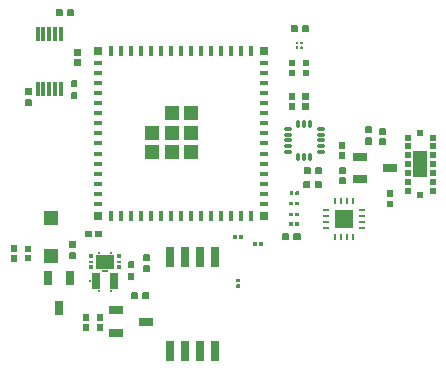
<source format=gtp>
G04 Layer: TopPasteMaskLayer*
G04 Panelize: , Column: 1, Row: 1, Board Size: 43.14mm x 33.02mm, Panelized Board Size: 43.14mm x 33.02mm*
G04 EasyEDA v6.5.51, 2025-10-17 13:11:11*
G04 f2673ee1f0d542a68775028af259726c,9a4ed40c0dd746429eaf55b84663d2fb,10*
G04 Gerber Generator version 0.2*
G04 Scale: 100 percent, Rotated: No, Reflected: No *
G04 Dimensions in millimeters *
G04 leading zeros omitted , absolute positions ,4 integer and 5 decimal *
%FSLAX45Y45*%
%MOMM*%

%AMMACRO1*4,1,4,-0.2,0.4001,0.2,0.4001,0.2,-0.4001,-0.2,-0.4001,-0.2,0.4001,0*%
%AMMACRO2*4,1,4,-0.1999,0.4001,0.1999,0.4001,0.1999,-0.4001,-0.1999,-0.4001,-0.1999,0.4001,0*%
%ADD10R,1.1999X1.1999*%
%ADD11R,0.4001X0.3251*%
%ADD12R,0.4001X0.1999*%
%ADD13R,1.5999X1.2700*%
%ADD14R,0.7501X1.4501*%
%ADD15R,0.2499X0.2499*%
%ADD16R,0.2250X0.2499*%
%ADD17R,0.0143X0.2499*%
%ADD18R,0.4999X0.2101*%
%ADD19R,1.2500X0.7000*%
%ADD20R,1.2000X1.2000*%
%ADD21R,0.7112X1.7406*%
%ADD22R,0.7000X1.2500*%
%ADD23R,0.6000X0.5000*%
%ADD24R,0.3000X1.3000*%
%ADD25R,0.2500X0.6000*%
%ADD26R,0.6000X0.2500*%
%ADD27R,1.5000X1.5000*%
%ADD28O,0.799998X0.28001*%
%ADD29O,0.28001X0.799998*%
%ADD30R,0.8001X0.8001*%
%ADD31MACRO1*%
%ADD32MACRO2*%
%ADD33R,0.8001X0.4001*%
%ADD34R,0.5000X0.5000*%
%ADD35R,1.2000X2.3160*%

%LPD*%
G36*
X-120700Y-340309D02*
G01*
X-125679Y-345287D01*
X-125679Y-390296D01*
X-120700Y-395274D01*
X-72694Y-395274D01*
X-65684Y-390296D01*
X-65684Y-345287D01*
X-72694Y-340309D01*
G37*
G36*
X-22707Y-340309D02*
G01*
X-29718Y-345287D01*
X-29718Y-390296D01*
X-22707Y-395274D01*
X25298Y-395274D01*
X30276Y-390296D01*
X30276Y-345287D01*
X25298Y-340309D01*
G37*
G36*
X-412089Y-526338D02*
G01*
X-416102Y-530352D01*
X-416102Y-580390D01*
X-412089Y-584403D01*
X-366115Y-584403D01*
X-362102Y-580390D01*
X-362102Y-530352D01*
X-366115Y-526338D01*
G37*
G36*
X-412089Y-611378D02*
G01*
X-416102Y-615391D01*
X-416102Y-665480D01*
X-412089Y-669442D01*
X-366115Y-669442D01*
X-362102Y-665480D01*
X-362102Y-615391D01*
X-366115Y-611378D01*
G37*
G36*
X-530606Y-612292D02*
G01*
X-534619Y-616305D01*
X-534619Y-666343D01*
X-530606Y-670356D01*
X-484581Y-670356D01*
X-480618Y-666343D01*
X-480618Y-616305D01*
X-484581Y-612292D01*
G37*
G36*
X-530606Y-527253D02*
G01*
X-534619Y-531215D01*
X-534619Y-581304D01*
X-530606Y-585317D01*
X-484581Y-585317D01*
X-480618Y-581304D01*
X-480618Y-531215D01*
X-484581Y-527253D01*
G37*
G36*
X-17678Y-112826D02*
G01*
X-22707Y-119786D01*
X-22707Y-167792D01*
X-17678Y-172821D01*
X27279Y-172821D01*
X32308Y-167792D01*
X32308Y-119786D01*
X27279Y-112826D01*
G37*
G36*
X-17678Y-16814D02*
G01*
X-22707Y-21793D01*
X-22707Y-69799D01*
X-17678Y-76809D01*
X27279Y-76809D01*
X32308Y-69799D01*
X32308Y-21793D01*
X27279Y-16814D01*
G37*
G36*
X-511860Y178206D02*
G01*
X-515874Y174193D01*
X-515874Y128219D01*
X-511860Y124206D01*
X-461822Y124206D01*
X-457809Y128219D01*
X-457809Y174193D01*
X-461822Y178206D01*
G37*
G36*
X-426821Y178206D02*
G01*
X-430784Y174193D01*
X-430784Y128219D01*
X-426821Y124206D01*
X-376732Y124206D01*
X-372719Y128219D01*
X-372719Y174193D01*
X-376732Y178206D01*
G37*
G36*
X1218184Y255320D02*
G01*
X1215796Y252882D01*
X1215796Y225298D01*
X1218184Y222910D01*
X1244600Y222910D01*
X1246987Y225298D01*
X1246987Y252882D01*
X1244600Y255320D01*
G37*
G36*
X1265580Y255320D02*
G01*
X1263192Y252882D01*
X1263192Y225298D01*
X1265580Y222910D01*
X1291996Y222910D01*
X1294384Y225298D01*
X1294384Y252882D01*
X1291996Y255320D01*
G37*
G36*
X1217422Y334314D02*
G01*
X1215034Y331927D01*
X1215034Y304292D01*
X1217422Y301904D01*
X1243838Y301904D01*
X1246225Y304292D01*
X1246225Y331927D01*
X1243838Y334314D01*
G37*
G36*
X1264818Y334314D02*
G01*
X1262430Y331927D01*
X1262430Y304292D01*
X1264818Y301904D01*
X1291234Y301904D01*
X1293622Y304292D01*
X1293622Y331927D01*
X1291234Y334314D01*
G37*
G36*
X1216660Y427278D02*
G01*
X1214272Y424840D01*
X1214272Y397256D01*
X1216660Y394868D01*
X1243076Y394868D01*
X1245463Y397256D01*
X1245463Y424840D01*
X1243076Y427278D01*
G37*
G36*
X1264056Y427278D02*
G01*
X1261668Y424840D01*
X1261668Y397256D01*
X1264056Y394868D01*
X1290472Y394868D01*
X1292860Y397256D01*
X1292860Y424840D01*
X1290472Y427278D01*
G37*
G36*
X1219962Y513384D02*
G01*
X1217574Y510997D01*
X1217574Y483362D01*
X1219962Y480974D01*
X1246378Y480974D01*
X1248765Y483362D01*
X1248765Y510997D01*
X1246378Y513384D01*
G37*
G36*
X1267358Y513384D02*
G01*
X1264970Y510997D01*
X1264970Y483362D01*
X1267358Y480974D01*
X1293774Y480974D01*
X1296162Y483362D01*
X1296162Y510997D01*
X1293774Y513384D01*
G37*
G36*
X-1015390Y1390700D02*
G01*
X-1020368Y1385671D01*
X-1020368Y1337665D01*
X-1015390Y1330655D01*
X-970381Y1330655D01*
X-965403Y1337665D01*
X-965403Y1385671D01*
X-970381Y1390700D01*
G37*
G36*
X-1015390Y1294688D02*
G01*
X-1020368Y1287678D01*
X-1020368Y1239672D01*
X-1015390Y1234694D01*
X-970381Y1234694D01*
X-965403Y1239672D01*
X-965403Y1287678D01*
X-970381Y1294688D01*
G37*
G36*
X-1140866Y58623D02*
G01*
X-1144879Y54610D01*
X-1144879Y4572D01*
X-1140866Y558D01*
X-1094841Y558D01*
X-1090879Y4572D01*
X-1090879Y54610D01*
X-1094841Y58623D01*
G37*
G36*
X-1140866Y-26466D02*
G01*
X-1144879Y-30480D01*
X-1144879Y-80518D01*
X-1140866Y-84531D01*
X-1094841Y-84531D01*
X-1090879Y-80518D01*
X-1090879Y-30480D01*
X-1094841Y-26466D01*
G37*
G36*
X-146100Y-173685D02*
G01*
X-151079Y-180695D01*
X-151079Y-228701D01*
X-146100Y-233679D01*
X-101092Y-233679D01*
X-96113Y-228701D01*
X-96113Y-180695D01*
X-101092Y-173685D01*
G37*
G36*
X-146100Y-77724D02*
G01*
X-151079Y-82702D01*
X-151079Y-130708D01*
X-146100Y-137718D01*
X-101092Y-137718D01*
X-96113Y-130708D01*
X-96113Y-82702D01*
X-101092Y-77724D01*
G37*
G36*
X-641502Y97536D02*
G01*
X-646480Y92557D01*
X-646480Y44551D01*
X-641502Y37541D01*
X-596493Y37541D01*
X-591515Y44551D01*
X-591515Y92557D01*
X-596493Y97536D01*
G37*
G36*
X-641502Y1574D02*
G01*
X-646480Y-5435D01*
X-646480Y-53441D01*
X-641502Y-58419D01*
X-596493Y-58419D01*
X-591515Y-53441D01*
X-591515Y-5435D01*
X-596493Y1574D01*
G37*
G36*
X1327810Y1921459D02*
G01*
X1320800Y1916430D01*
X1320800Y1871421D01*
X1327810Y1866442D01*
X1375816Y1866442D01*
X1380794Y1871421D01*
X1380794Y1916430D01*
X1375816Y1921459D01*
G37*
G36*
X1229817Y1921459D02*
G01*
X1224838Y1916430D01*
X1224838Y1871421D01*
X1229817Y1866442D01*
X1277823Y1866442D01*
X1284833Y1871421D01*
X1284833Y1916430D01*
X1277823Y1921459D01*
G37*
G36*
X-629462Y1357376D02*
G01*
X-634492Y1350365D01*
X-634492Y1302359D01*
X-629462Y1297381D01*
X-584504Y1297381D01*
X-579475Y1302359D01*
X-579475Y1350365D01*
X-584504Y1357376D01*
G37*
G36*
X-629462Y1453388D02*
G01*
X-634492Y1448358D01*
X-634492Y1400352D01*
X-629462Y1393342D01*
X-584504Y1393342D01*
X-579475Y1400352D01*
X-579475Y1448358D01*
X-584504Y1453388D01*
G37*
G36*
X-601014Y1719478D02*
G01*
X-605028Y1715465D01*
X-605028Y1665427D01*
X-601014Y1661414D01*
X-555040Y1661414D01*
X-551027Y1665427D01*
X-551027Y1715465D01*
X-555040Y1719478D01*
G37*
G36*
X-601014Y1634388D02*
G01*
X-605028Y1630426D01*
X-605028Y1580337D01*
X-601014Y1576324D01*
X-555040Y1576324D01*
X-551027Y1580337D01*
X-551027Y1630426D01*
X-555040Y1634388D01*
G37*
G36*
X1340104Y717042D02*
G01*
X1335074Y712063D01*
X1335074Y667054D01*
X1340104Y662076D01*
X1388059Y662076D01*
X1395069Y667054D01*
X1395069Y712063D01*
X1388059Y717042D01*
G37*
G36*
X1438097Y717042D02*
G01*
X1431086Y712063D01*
X1431086Y667054D01*
X1438097Y662076D01*
X1486103Y662076D01*
X1491081Y667054D01*
X1491081Y712063D01*
X1486103Y717042D01*
G37*
G36*
X1212291Y1262329D02*
G01*
X1208278Y1258316D01*
X1208278Y1208278D01*
X1212291Y1204264D01*
X1258265Y1204264D01*
X1262278Y1208278D01*
X1262278Y1258316D01*
X1258265Y1262329D01*
G37*
G36*
X1212291Y1347419D02*
G01*
X1208278Y1343406D01*
X1208278Y1293317D01*
X1212291Y1289354D01*
X1258265Y1289354D01*
X1262278Y1293317D01*
X1262278Y1343406D01*
X1258265Y1347419D01*
G37*
G36*
X1329385Y1263599D02*
G01*
X1325372Y1259586D01*
X1325372Y1209548D01*
X1329385Y1205534D01*
X1375359Y1205534D01*
X1379372Y1209548D01*
X1379372Y1259586D01*
X1375359Y1263599D01*
G37*
G36*
X1329385Y1348689D02*
G01*
X1325372Y1344676D01*
X1325372Y1294587D01*
X1329385Y1290624D01*
X1375359Y1290624D01*
X1379372Y1294587D01*
X1379372Y1344676D01*
X1375359Y1348689D01*
G37*
G36*
X1338072Y599948D02*
G01*
X1333042Y594969D01*
X1333042Y549960D01*
X1338072Y544982D01*
X1386027Y544982D01*
X1393037Y549960D01*
X1393037Y594969D01*
X1386027Y599948D01*
G37*
G36*
X1436065Y599948D02*
G01*
X1429054Y594969D01*
X1429054Y549960D01*
X1436065Y544982D01*
X1484071Y544982D01*
X1489049Y549960D01*
X1489049Y594969D01*
X1484071Y599948D01*
G37*
G36*
X913485Y84277D02*
G01*
X911098Y81889D01*
X911098Y54305D01*
X913485Y51917D01*
X939901Y51917D01*
X942289Y54305D01*
X942289Y81889D01*
X939901Y84277D01*
G37*
G36*
X960882Y84277D02*
G01*
X958494Y81889D01*
X958494Y54305D01*
X960882Y51917D01*
X987298Y51917D01*
X989685Y54305D01*
X989685Y81889D01*
X987298Y84277D01*
G37*
G36*
X743102Y144576D02*
G01*
X740664Y142189D01*
X740664Y114604D01*
X743102Y112217D01*
X769518Y112217D01*
X771906Y114604D01*
X771906Y142189D01*
X769518Y144576D01*
G37*
G36*
X790498Y144576D02*
G01*
X788111Y142189D01*
X788111Y114604D01*
X790498Y112217D01*
X816914Y112217D01*
X819302Y114604D01*
X819302Y142189D01*
X816914Y144576D01*
G37*
G36*
X769518Y-273608D02*
G01*
X767080Y-275996D01*
X767080Y-302412D01*
X769518Y-304800D01*
X797102Y-304800D01*
X799490Y-302412D01*
X799490Y-275996D01*
X797102Y-273608D01*
G37*
G36*
X769518Y-226161D02*
G01*
X767080Y-228600D01*
X767080Y-255016D01*
X769518Y-257403D01*
X797102Y-257403D01*
X799490Y-255016D01*
X799490Y-228600D01*
X797102Y-226161D01*
G37*
G36*
X1310284Y1781556D02*
G01*
X1308252Y1779524D01*
X1308252Y1763522D01*
X1310284Y1761540D01*
X1326286Y1761540D01*
X1328267Y1763522D01*
X1328267Y1779524D01*
X1326286Y1781556D01*
G37*
G36*
X1310284Y1741525D02*
G01*
X1308252Y1739544D01*
X1308252Y1723542D01*
X1310284Y1721561D01*
X1326286Y1721561D01*
X1328267Y1723542D01*
X1328267Y1739544D01*
X1326286Y1741525D01*
G37*
G36*
X1270254Y1781556D02*
G01*
X1268272Y1779524D01*
X1268272Y1763522D01*
X1270254Y1761540D01*
X1286256Y1761540D01*
X1288288Y1763522D01*
X1288288Y1779524D01*
X1286256Y1781556D01*
G37*
G36*
X1270254Y1741525D02*
G01*
X1268272Y1739544D01*
X1268272Y1723542D01*
X1270254Y1721561D01*
X1286256Y1721561D01*
X1288288Y1723542D01*
X1288288Y1739544D01*
X1286256Y1741525D01*
G37*
G36*
X1213561Y1544726D02*
G01*
X1209548Y1540764D01*
X1209548Y1490675D01*
X1213561Y1486662D01*
X1259535Y1486662D01*
X1263548Y1490675D01*
X1263548Y1540764D01*
X1259535Y1544726D01*
G37*
G36*
X1213561Y1629816D02*
G01*
X1209548Y1625803D01*
X1209548Y1575765D01*
X1213561Y1571752D01*
X1259535Y1571752D01*
X1263548Y1575765D01*
X1263548Y1625803D01*
X1259535Y1629816D01*
G37*
G36*
X1333449Y1544472D02*
G01*
X1329436Y1540510D01*
X1329436Y1490421D01*
X1333449Y1486408D01*
X1379423Y1486408D01*
X1383436Y1490421D01*
X1383436Y1540510D01*
X1379423Y1544472D01*
G37*
G36*
X1333449Y1629562D02*
G01*
X1329436Y1625549D01*
X1329436Y1575511D01*
X1333449Y1571498D01*
X1379423Y1571498D01*
X1383436Y1575511D01*
X1383436Y1625549D01*
X1379423Y1629562D01*
G37*
G36*
X-660704Y2057654D02*
G01*
X-667715Y2052675D01*
X-667715Y2007666D01*
X-660704Y2002688D01*
X-612698Y2002688D01*
X-607720Y2007666D01*
X-607720Y2052675D01*
X-612698Y2057654D01*
G37*
G36*
X-758698Y2057654D02*
G01*
X-763727Y2052675D01*
X-763727Y2007666D01*
X-758698Y2002688D01*
X-710692Y2002688D01*
X-703732Y2007666D01*
X-703732Y2052675D01*
X-710692Y2057654D01*
G37*
G36*
X1257096Y157378D02*
G01*
X1250086Y152400D01*
X1250086Y107391D01*
X1257096Y102412D01*
X1305102Y102412D01*
X1310081Y107391D01*
X1310081Y152400D01*
X1305102Y157378D01*
G37*
G36*
X1159103Y157378D02*
G01*
X1154074Y152400D01*
X1154074Y107391D01*
X1159103Y102412D01*
X1207109Y102412D01*
X1214120Y107391D01*
X1214120Y152400D01*
X1207109Y157378D01*
G37*
G36*
X1638706Y846023D02*
G01*
X1634693Y842010D01*
X1634693Y791921D01*
X1638706Y787958D01*
X1684680Y787958D01*
X1688693Y791921D01*
X1688693Y842010D01*
X1684680Y846023D01*
G37*
G36*
X1638706Y931062D02*
G01*
X1634693Y927049D01*
X1634693Y877011D01*
X1638706Y872998D01*
X1684680Y872998D01*
X1688693Y877011D01*
X1688693Y927049D01*
X1684680Y931062D01*
G37*
G36*
X2044293Y521258D02*
G01*
X2040280Y517245D01*
X2040280Y467207D01*
X2044293Y463194D01*
X2090318Y463194D01*
X2094280Y467207D01*
X2094280Y517245D01*
X2090318Y521258D01*
G37*
G36*
X2044293Y436219D02*
G01*
X2040280Y432206D01*
X2040280Y382117D01*
X2044293Y378155D01*
X2090318Y378155D01*
X2094280Y382117D01*
X2094280Y432206D01*
X2090318Y436219D01*
G37*
G36*
X1981301Y1048359D02*
G01*
X1977288Y1044346D01*
X1977288Y994308D01*
X1981301Y990295D01*
X2027275Y990295D01*
X2031288Y994308D01*
X2031288Y1044346D01*
X2027275Y1048359D01*
G37*
G36*
X1981301Y963320D02*
G01*
X1977288Y959307D01*
X1977288Y909218D01*
X1981301Y905256D01*
X2027275Y905256D01*
X2031288Y909218D01*
X2031288Y959307D01*
X2027275Y963320D01*
G37*
G36*
X1640789Y717753D02*
G01*
X1636776Y713740D01*
X1636776Y663702D01*
X1640789Y659688D01*
X1686814Y659688D01*
X1690776Y663702D01*
X1690776Y713740D01*
X1686814Y717753D01*
G37*
G36*
X1640789Y632714D02*
G01*
X1636776Y628700D01*
X1636776Y578612D01*
X1640789Y574649D01*
X1686814Y574649D01*
X1690776Y578612D01*
X1690776Y628700D01*
X1686814Y632714D01*
G37*
G36*
X1863598Y1066190D02*
G01*
X1858619Y1061212D01*
X1858619Y1013206D01*
X1863598Y1006195D01*
X1908606Y1006195D01*
X1913585Y1013206D01*
X1913585Y1061212D01*
X1908606Y1066190D01*
G37*
G36*
X1863598Y970178D02*
G01*
X1858619Y963218D01*
X1858619Y915212D01*
X1863598Y910183D01*
X1908606Y910183D01*
X1913585Y915212D01*
X1913585Y963218D01*
X1908606Y970178D01*
G37*
D10*
G01*
X52250Y1011953D03*
G01*
X52250Y846955D03*
G01*
X217248Y846955D03*
G01*
X382247Y846955D03*
G01*
X382247Y1011953D03*
G01*
X382247Y1176952D03*
G01*
X217248Y1176952D03*
G01*
X217248Y1011953D03*
D11*
G01*
X-467890Y-34297D03*
D12*
G01*
X-467890Y-80601D03*
D11*
G01*
X-467890Y-126804D03*
G01*
X-227911Y-126804D03*
D12*
G01*
X-227911Y-80601D03*
D11*
G01*
X-227911Y-34297D03*
D13*
G01*
X-347901Y-84081D03*
D14*
G01*
X-270405Y-248089D03*
G01*
X-425396Y-248089D03*
D15*
G01*
X-475409Y-248089D03*
D16*
G01*
X-399107Y-333103D03*
G01*
X-296694Y-333103D03*
D15*
G01*
X-297888Y-8084D03*
G01*
X-397913Y-8084D03*
D18*
G01*
X-347901Y-158097D03*
D19*
G01*
X180Y-588906D03*
G01*
X-249781Y-683902D03*
G01*
X-249781Y-493910D03*
D20*
G01*
X-801621Y289196D03*
G01*
X-801621Y-30792D03*
D21*
G01*
X208206Y-836937D03*
G01*
X335206Y-836937D03*
G01*
X462206Y-836937D03*
G01*
X589206Y-836937D03*
G01*
X589206Y-37879D03*
G01*
X462206Y-37879D03*
G01*
X335206Y-37879D03*
G01*
X208206Y-37879D03*
D22*
G01*
X-734387Y-471177D03*
G01*
X-829383Y-221241D03*
G01*
X-639391Y-221241D03*
D23*
G01*
X-997963Y-52204D03*
G01*
X-997963Y27805D03*
D24*
G01*
X-916759Y1377104D03*
G01*
X-866772Y1377104D03*
G01*
X-816785Y1377104D03*
G01*
X-766772Y1377104D03*
G01*
X-716760Y1377104D03*
G01*
X-716785Y1847080D03*
G01*
X-766772Y1847080D03*
G01*
X-816759Y1847080D03*
G01*
X-866772Y1847080D03*
G01*
X-916785Y1847080D03*
D25*
G01*
X1602767Y129100D03*
G01*
X1652780Y129100D03*
G01*
X1702767Y129100D03*
G01*
X1752780Y129100D03*
D26*
G01*
X1827608Y204284D03*
G01*
X1827608Y254297D03*
G01*
X1827608Y304284D03*
G01*
X1827608Y354296D03*
D25*
G01*
X1752627Y429099D03*
G01*
X1702615Y429099D03*
G01*
X1652628Y429099D03*
G01*
X1602767Y429099D03*
D26*
G01*
X1527609Y354296D03*
G01*
X1527609Y304284D03*
G01*
X1527609Y254297D03*
G01*
X1527609Y204284D03*
D27*
G01*
X1677621Y279087D03*
D28*
G01*
X1481889Y844618D03*
G01*
X1481889Y894631D03*
G01*
X1481889Y944618D03*
G01*
X1481889Y994630D03*
G01*
X1481889Y1044618D03*
D29*
G01*
X1391871Y1084623D03*
G01*
X1341884Y1084623D03*
G01*
X1291871Y1084623D03*
D28*
G01*
X1201879Y1044618D03*
G01*
X1201879Y994630D03*
G01*
X1201879Y944618D03*
G01*
X1201879Y894631D03*
G01*
X1201879Y844618D03*
D29*
G01*
X1291871Y804638D03*
G01*
X1341884Y804638D03*
G01*
X1391871Y804638D03*
D30*
G01*
X-402993Y1704306D03*
D31*
G01*
X-298000Y1704319D03*
G01*
X-212986Y1704319D03*
G01*
X-127998Y1704319D03*
G01*
X-42984Y1704319D03*
G01*
X42003Y1704319D03*
D32*
G01*
X127005Y1704319D03*
D31*
G01*
X212006Y1704319D03*
G01*
X382008Y1704319D03*
D32*
G01*
X297007Y1704319D03*
G01*
X467009Y1704319D03*
D31*
G01*
X552010Y1704319D03*
G01*
X636998Y1704319D03*
G01*
X722012Y1704319D03*
G01*
X807001Y1704319D03*
G01*
X892014Y1704319D03*
D30*
G01*
X997003Y1704306D03*
D33*
G01*
X997003Y1599303D03*
G01*
X997003Y1514314D03*
G01*
X997003Y1429326D03*
G01*
X997003Y1344312D03*
G01*
X997003Y1259298D03*
G01*
X997003Y1174310D03*
G01*
X997003Y1089296D03*
G01*
X997003Y1004333D03*
G01*
X997003Y919319D03*
G01*
X997003Y834306D03*
G01*
X997003Y749317D03*
G01*
X997003Y664303D03*
G01*
X997003Y579315D03*
G01*
X997003Y494301D03*
G01*
X997003Y409313D03*
D30*
G01*
X997003Y304309D03*
D31*
G01*
X892014Y304322D03*
G01*
X807001Y304322D03*
G01*
X722012Y304322D03*
G01*
X636998Y304322D03*
G01*
X552010Y304322D03*
D32*
G01*
X467009Y304322D03*
D31*
G01*
X382008Y304322D03*
D32*
G01*
X297007Y304322D03*
D31*
G01*
X212006Y304322D03*
D32*
G01*
X127005Y304322D03*
D31*
G01*
X42003Y304322D03*
G01*
X-42984Y304322D03*
G01*
X-127998Y304322D03*
G01*
X-212986Y304322D03*
G01*
X-298000Y304322D03*
D30*
G01*
X-402993Y304309D03*
D33*
G01*
X-402993Y409313D03*
G01*
X-402993Y494301D03*
G01*
X-402993Y579315D03*
G01*
X-402993Y664303D03*
G01*
X-402993Y749317D03*
G01*
X-402993Y834306D03*
G01*
X-402993Y919319D03*
G01*
X-402993Y1004333D03*
G01*
X-402993Y1089296D03*
G01*
X-402993Y1174310D03*
G01*
X-402993Y1259298D03*
G01*
X-402993Y1344312D03*
G01*
X-402993Y1429326D03*
G01*
X-402993Y1599303D03*
G01*
X-402993Y1514314D03*
D34*
G01*
X2217473Y518965D03*
G01*
X2217473Y593971D03*
G01*
X2217473Y668952D03*
G01*
X2217473Y743958D03*
G01*
X2217473Y818964D03*
G01*
X2217473Y893970D03*
G01*
X2217473Y968951D03*
G01*
X2322476Y478960D03*
D35*
G01*
X2322476Y743958D03*
D34*
G01*
X2322476Y1008956D03*
G01*
X2427455Y518965D03*
G01*
X2427455Y593971D03*
G01*
X2427455Y668952D03*
G01*
X2427455Y743958D03*
G01*
X2427455Y818964D03*
G01*
X2427455Y893970D03*
G01*
X2427455Y968951D03*
D19*
G01*
X2065657Y709490D03*
G01*
X1815721Y614494D03*
G01*
X1815721Y804486D03*
M02*

</source>
